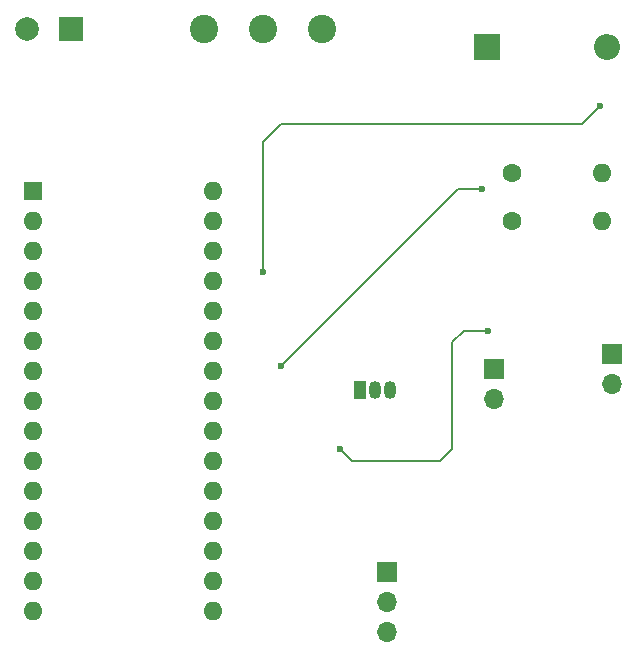
<source format=gbr>
%TF.GenerationSoftware,KiCad,Pcbnew,9.0.0*%
%TF.CreationDate,2025-03-30T19:28:59+05:30*%
%TF.ProjectId,soil_moisture,736f696c-5f6d-46f6-9973-747572652e6b,rev?*%
%TF.SameCoordinates,Original*%
%TF.FileFunction,Copper,L2,Bot*%
%TF.FilePolarity,Positive*%
%FSLAX46Y46*%
G04 Gerber Fmt 4.6, Leading zero omitted, Abs format (unit mm)*
G04 Created by KiCad (PCBNEW 9.0.0) date 2025-03-30 19:28:59*
%MOMM*%
%LPD*%
G01*
G04 APERTURE LIST*
%TA.AperFunction,ComponentPad*%
%ADD10R,1.700000X1.700000*%
%TD*%
%TA.AperFunction,ComponentPad*%
%ADD11O,1.700000X1.700000*%
%TD*%
%TA.AperFunction,ComponentPad*%
%ADD12R,1.050000X1.500000*%
%TD*%
%TA.AperFunction,ComponentPad*%
%ADD13O,1.050000X1.500000*%
%TD*%
%TA.AperFunction,ComponentPad*%
%ADD14C,1.600000*%
%TD*%
%TA.AperFunction,ComponentPad*%
%ADD15O,1.600000X1.600000*%
%TD*%
%TA.AperFunction,ComponentPad*%
%ADD16R,1.600000X1.600000*%
%TD*%
%TA.AperFunction,ComponentPad*%
%ADD17C,2.400000*%
%TD*%
%TA.AperFunction,ComponentPad*%
%ADD18R,2.000000X2.000000*%
%TD*%
%TA.AperFunction,ComponentPad*%
%ADD19C,2.000000*%
%TD*%
%TA.AperFunction,ComponentPad*%
%ADD20R,2.200000X2.200000*%
%TD*%
%TA.AperFunction,ComponentPad*%
%ADD21O,2.200000X2.200000*%
%TD*%
%TA.AperFunction,ViaPad*%
%ADD22C,0.600000*%
%TD*%
%TA.AperFunction,Conductor*%
%ADD23C,0.200000*%
%TD*%
G04 APERTURE END LIST*
D10*
%TO.P,J1,1,Pin_1*%
%TO.N,+12V*%
X135000000Y-102960000D03*
D11*
%TO.P,J1,2,Pin_2*%
%TO.N,GND*%
X135000000Y-105500000D03*
%TO.P,J1,3,Pin_3*%
%TO.N,Net-(A1-A0)*%
X135000000Y-108040000D03*
%TD*%
D12*
%TO.P,Q1,1,C*%
%TO.N,Net-(D1-A)*%
X132730000Y-87500000D03*
D13*
%TO.P,Q1,2,B*%
%TO.N,+12V*%
X134000000Y-87500000D03*
%TO.P,Q1,3,E*%
%TO.N,GND*%
X135270000Y-87500000D03*
%TD*%
D14*
%TO.P,R1,1*%
%TO.N,GND*%
X145540000Y-69150000D03*
D15*
%TO.P,R1,2*%
%TO.N,+12V*%
X153160000Y-69150000D03*
%TD*%
D10*
%TO.P,M1,1,+*%
%TO.N,Net-(M1-+)*%
X154000000Y-84460000D03*
D11*
%TO.P,M1,2,-*%
%TO.N,GND*%
X154000000Y-87000000D03*
%TD*%
D14*
%TO.P,R2,1*%
%TO.N,Net-(A1-D5)*%
X145540000Y-73200000D03*
D15*
%TO.P,R2,2*%
%TO.N,+12V*%
X153160000Y-73200000D03*
%TD*%
D10*
%TO.P,J2,1,Pin_1*%
%TO.N,+12V*%
X144000000Y-85725000D03*
D11*
%TO.P,J2,2,Pin_2*%
%TO.N,GND*%
X144000000Y-88265000D03*
%TD*%
D16*
%TO.P,A1,1,D1/TX*%
%TO.N,unconnected-(A1-D1{slash}TX-Pad1)*%
X105000000Y-70720000D03*
D15*
%TO.P,A1,2,D0/RX*%
%TO.N,unconnected-(A1-D0{slash}RX-Pad2)*%
X105000000Y-73260000D03*
%TO.P,A1,3,~{RESET}*%
%TO.N,unconnected-(A1-~{RESET}-Pad3)*%
X105000000Y-75800000D03*
%TO.P,A1,4,GND*%
%TO.N,GND*%
X105000000Y-78340000D03*
%TO.P,A1,5,D2*%
%TO.N,unconnected-(A1-D2-Pad5)*%
X105000000Y-80880000D03*
%TO.P,A1,6,D3*%
%TO.N,unconnected-(A1-D3-Pad6)*%
X105000000Y-83420000D03*
%TO.P,A1,7,D4*%
%TO.N,unconnected-(A1-D4-Pad7)*%
X105000000Y-85960000D03*
%TO.P,A1,8,D5*%
%TO.N,Net-(A1-D5)*%
X105000000Y-88500000D03*
%TO.P,A1,9,D6*%
%TO.N,unconnected-(A1-D6-Pad9)*%
X105000000Y-91040000D03*
%TO.P,A1,10,D7*%
%TO.N,unconnected-(A1-D7-Pad10)*%
X105000000Y-93580000D03*
%TO.P,A1,11,D8*%
%TO.N,unconnected-(A1-D8-Pad11)*%
X105000000Y-96120000D03*
%TO.P,A1,12,D9*%
%TO.N,unconnected-(A1-D9-Pad12)*%
X105000000Y-98660000D03*
%TO.P,A1,13,D10/CS*%
%TO.N,unconnected-(A1-D10{slash}CS-Pad13)*%
X105000000Y-101200000D03*
%TO.P,A1,14,D11/COPI*%
%TO.N,unconnected-(A1-D11{slash}COPI-Pad14)*%
X105000000Y-103740000D03*
%TO.P,A1,15,D12/CIPO*%
%TO.N,unconnected-(A1-D12{slash}CIPO-Pad15)*%
X105000000Y-106280000D03*
%TO.P,A1,16,D13/SCK*%
%TO.N,unconnected-(A1-D13{slash}SCK-Pad16)*%
X120240000Y-106280000D03*
%TO.P,A1,17,3V3*%
%TO.N,unconnected-(A1-3V3-Pad17)*%
X120240000Y-103740000D03*
%TO.P,A1,18,B0*%
%TO.N,unconnected-(A1-B0-Pad18)*%
X120240000Y-101200000D03*
%TO.P,A1,19,A0*%
%TO.N,Net-(A1-A0)*%
X120240000Y-98660000D03*
%TO.P,A1,20,A1*%
%TO.N,unconnected-(A1-A1-Pad20)*%
X120240000Y-96120000D03*
%TO.P,A1,21,A2*%
%TO.N,unconnected-(A1-A2-Pad21)*%
X120240000Y-93580000D03*
%TO.P,A1,22,A3*%
%TO.N,unconnected-(A1-A3-Pad22)*%
X120240000Y-91040000D03*
%TO.P,A1,23,SDA/A4*%
%TO.N,unconnected-(A1-SDA{slash}A4-Pad23)*%
X120240000Y-88500000D03*
%TO.P,A1,24,SCL/A5*%
%TO.N,unconnected-(A1-SCL{slash}A5-Pad24)*%
X120240000Y-85960000D03*
%TO.P,A1,25,A6*%
%TO.N,unconnected-(A1-A6-Pad25)*%
X120240000Y-83420000D03*
%TO.P,A1,26,A7*%
%TO.N,unconnected-(A1-A7-Pad26)*%
X120240000Y-80880000D03*
%TO.P,A1,27,VUSB/5V*%
%TO.N,unconnected-(A1-VUSB{slash}5V-Pad27)*%
X120240000Y-78340000D03*
%TO.P,A1,28,B1*%
%TO.N,unconnected-(A1-B1-Pad28)*%
X120240000Y-75800000D03*
%TO.P,A1,29,GND*%
%TO.N,GND*%
X120240000Y-73260000D03*
%TO.P,A1,30,VIN*%
%TO.N,+5V*%
X120240000Y-70720000D03*
%TD*%
D17*
%TO.P,K1,11*%
%TO.N,+12V*%
X124500000Y-57000000D03*
%TO.P,K1,12*%
%TO.N,unconnected-(K1-Pad12)*%
X119500000Y-57000000D03*
%TO.P,K1,14*%
%TO.N,Net-(M1-+)*%
X129500000Y-57000000D03*
D18*
%TO.P,K1,A1*%
%TO.N,+12V*%
X108250000Y-57000000D03*
D19*
%TO.P,K1,A2*%
%TO.N,Net-(D1-A)*%
X104500000Y-57000000D03*
%TD*%
D20*
%TO.P,D1,1,K*%
%TO.N,+12V*%
X143420000Y-58500000D03*
D21*
%TO.P,D1,2,A*%
%TO.N,Net-(D1-A)*%
X153580000Y-58500000D03*
%TD*%
D22*
%TO.N,Net-(A1-D5)*%
X126000000Y-85500000D03*
X143000000Y-70500000D03*
%TO.N,Net-(D1-A)*%
X124500000Y-77500000D03*
X153000000Y-63500000D03*
%TO.N,+12V*%
X131000000Y-92500000D03*
X143500000Y-82500000D03*
%TD*%
D23*
%TO.N,Net-(A1-D5)*%
X126000000Y-85500000D02*
X141000000Y-70500000D01*
X141000000Y-70500000D02*
X143000000Y-70500000D01*
%TO.N,Net-(D1-A)*%
X151500000Y-65000000D02*
X153000000Y-63500000D01*
X126000000Y-65000000D02*
X151500000Y-65000000D01*
X124500000Y-77500000D02*
X124500000Y-66500000D01*
X124500000Y-66500000D02*
X126000000Y-65000000D01*
%TO.N,+12V*%
X143500000Y-82500000D02*
X141500000Y-82500000D01*
X132000000Y-93500000D02*
X139500000Y-93500000D01*
X141500000Y-82500000D02*
X140500000Y-83500000D01*
X132000000Y-93500000D02*
X131000000Y-92500000D01*
X139500000Y-93500000D02*
X140500000Y-92500000D01*
X140500000Y-92500000D02*
X140500000Y-83500000D01*
%TD*%
M02*

</source>
